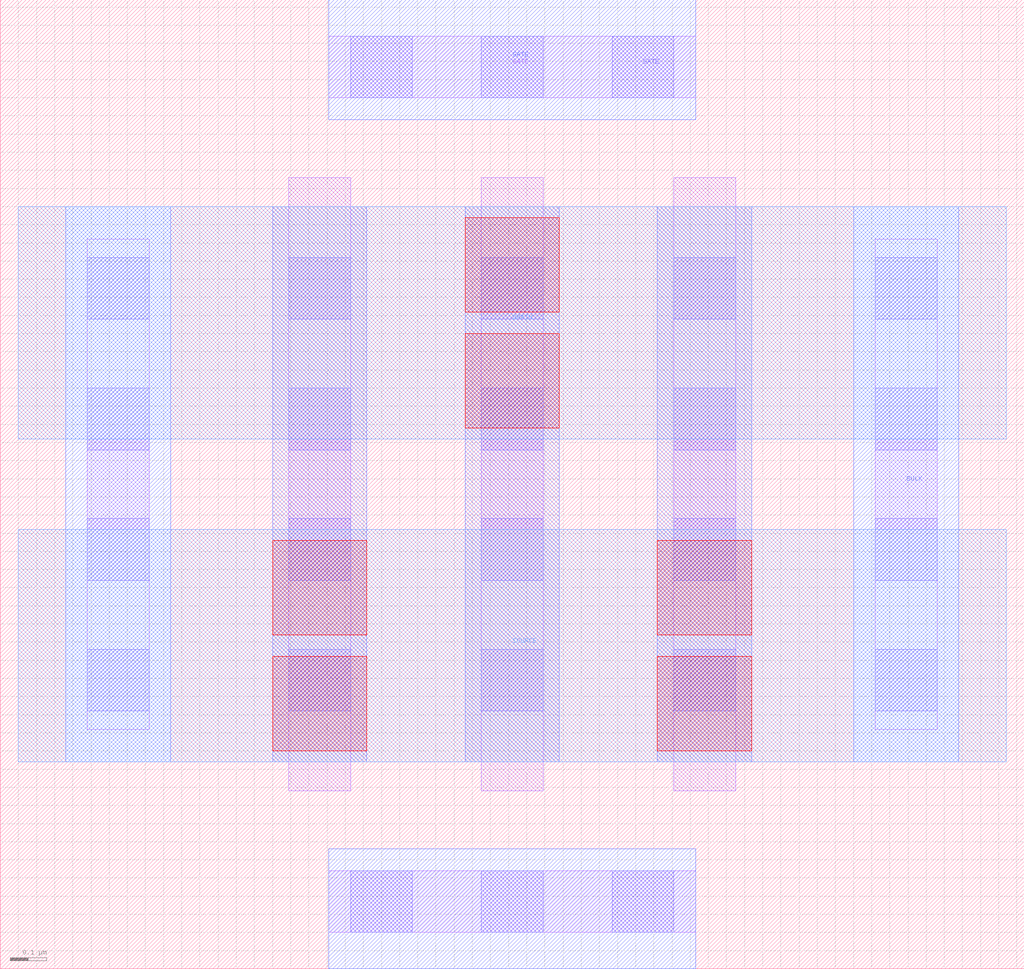
<source format=lef>
# Copyright 2020 The SkyWater PDK Authors
#
# Licensed under the Apache License, Version 2.0 (the "License");
# you may not use this file except in compliance with the License.
# You may obtain a copy of the License at
#
#     https://www.apache.org/licenses/LICENSE-2.0
#
# Unless required by applicable law or agreed to in writing, software
# distributed under the License is distributed on an "AS IS" BASIS,
# WITHOUT WARRANTIES OR CONDITIONS OF ANY KIND, either express or implied.
# See the License for the specific language governing permissions and
# limitations under the License.
#
# SPDX-License-Identifier: Apache-2.0

VERSION 5.7 ;
  NOWIREEXTENSIONATPIN ON ;
  DIVIDERCHAR "/" ;
  BUSBITCHARS "[]" ;
MACRO sky130_fd_pr__rf_pfet_01v8_aM02W1p65L0p25
  CLASS BLOCK ;
  FOREIGN sky130_fd_pr__rf_pfet_01v8_aM02W1p65L0p25 ;
  ORIGIN  0.000000  0.000000 ;
  SIZE  2.820000 BY  2.670000 ;
  PIN BULK
    ANTENNADIFFAREA  0.957000 ;
    PORT
      LAYER met1 ;
        RECT 0.180000 0.570000 0.470000 2.100000 ;
        RECT 2.350000 0.570000 2.640000 2.100000 ;
    END
  END BULK
  PIN DRAIN
    ANTENNADIFFAREA  0.462000 ;
    PORT
      LAYER met2 ;
        RECT 0.050000 1.460000 2.770000 2.100000 ;
    END
  END DRAIN
  PIN GATE
    ANTENNAGATEAREA  0.825000 ;
    PORT
      LAYER li1 ;
        RECT 0.905000 0.100000 1.915000 0.270000 ;
        RECT 0.905000 2.400000 1.915000 2.570000 ;
      LAYER mcon ;
        RECT 0.965000 0.100000 1.135000 0.270000 ;
        RECT 0.965000 2.400000 1.135000 2.570000 ;
        RECT 1.325000 0.100000 1.495000 0.270000 ;
        RECT 1.325000 2.400000 1.495000 2.570000 ;
        RECT 1.685000 0.100000 1.855000 0.270000 ;
        RECT 1.685000 2.400000 1.855000 2.570000 ;
    END
    PORT
      LAYER met1 ;
        RECT 0.905000 0.000000 1.915000 0.330000 ;
        RECT 0.905000 2.340000 1.915000 2.670000 ;
    END
  END GATE
  PIN SOURCE
    ANTENNADIFFAREA  0.924000 ;
    PORT
      LAYER met2 ;
        RECT 0.050000 0.570000 2.770000 1.210000 ;
    END
  END SOURCE
  OBS
    LAYER li1 ;
      RECT 0.240000 0.660000 0.410000 2.010000 ;
      RECT 0.795000 0.490000 0.965000 2.180000 ;
      RECT 1.325000 0.490000 1.495000 2.180000 ;
      RECT 1.855000 0.490000 2.025000 2.180000 ;
      RECT 2.410000 0.660000 2.580000 2.010000 ;
    LAYER mcon ;
      RECT 0.240000 0.710000 0.410000 0.880000 ;
      RECT 0.240000 1.070000 0.410000 1.240000 ;
      RECT 0.240000 1.430000 0.410000 1.600000 ;
      RECT 0.240000 1.790000 0.410000 1.960000 ;
      RECT 0.795000 0.710000 0.965000 0.880000 ;
      RECT 0.795000 1.070000 0.965000 1.240000 ;
      RECT 0.795000 1.430000 0.965000 1.600000 ;
      RECT 0.795000 1.790000 0.965000 1.960000 ;
      RECT 1.325000 0.710000 1.495000 0.880000 ;
      RECT 1.325000 1.070000 1.495000 1.240000 ;
      RECT 1.325000 1.430000 1.495000 1.600000 ;
      RECT 1.325000 1.790000 1.495000 1.960000 ;
      RECT 1.855000 0.710000 2.025000 0.880000 ;
      RECT 1.855000 1.070000 2.025000 1.240000 ;
      RECT 1.855000 1.430000 2.025000 1.600000 ;
      RECT 1.855000 1.790000 2.025000 1.960000 ;
      RECT 2.410000 0.710000 2.580000 0.880000 ;
      RECT 2.410000 1.070000 2.580000 1.240000 ;
      RECT 2.410000 1.430000 2.580000 1.600000 ;
      RECT 2.410000 1.790000 2.580000 1.960000 ;
    LAYER met1 ;
      RECT 0.750000 0.570000 1.010000 2.100000 ;
      RECT 1.280000 0.570000 1.540000 2.100000 ;
      RECT 1.810000 0.570000 2.070000 2.100000 ;
    LAYER via ;
      RECT 0.750000 0.600000 1.010000 0.860000 ;
      RECT 0.750000 0.920000 1.010000 1.180000 ;
      RECT 1.280000 1.490000 1.540000 1.750000 ;
      RECT 1.280000 1.810000 1.540000 2.070000 ;
      RECT 1.810000 0.600000 2.070000 0.860000 ;
      RECT 1.810000 0.920000 2.070000 1.180000 ;
  END
END sky130_fd_pr__rf_pfet_01v8_aM02W1p65L0p25
END LIBRARY

</source>
